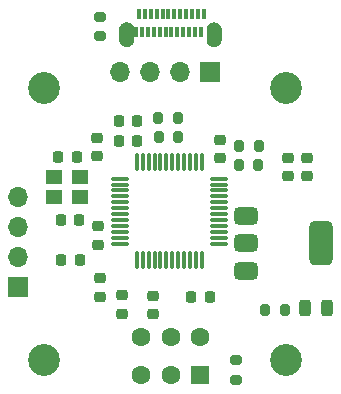
<source format=gts>
%TF.GenerationSoftware,KiCad,Pcbnew,8.0.5*%
%TF.CreationDate,2024-09-25T16:09:38-04:00*%
%TF.ProjectId,kryptkey,6b727970-746b-4657-992e-6b696361645f,v0.1*%
%TF.SameCoordinates,Original*%
%TF.FileFunction,Soldermask,Top*%
%TF.FilePolarity,Negative*%
%FSLAX46Y46*%
G04 Gerber Fmt 4.6, Leading zero omitted, Abs format (unit mm)*
G04 Created by KiCad (PCBNEW 8.0.5) date 2024-09-25 16:09:38*
%MOMM*%
%LPD*%
G01*
G04 APERTURE LIST*
G04 Aperture macros list*
%AMRoundRect*
0 Rectangle with rounded corners*
0 $1 Rounding radius*
0 $2 $3 $4 $5 $6 $7 $8 $9 X,Y pos of 4 corners*
0 Add a 4 corners polygon primitive as box body*
4,1,4,$2,$3,$4,$5,$6,$7,$8,$9,$2,$3,0*
0 Add four circle primitives for the rounded corners*
1,1,$1+$1,$2,$3*
1,1,$1+$1,$4,$5*
1,1,$1+$1,$6,$7*
1,1,$1+$1,$8,$9*
0 Add four rect primitives between the rounded corners*
20,1,$1+$1,$2,$3,$4,$5,0*
20,1,$1+$1,$4,$5,$6,$7,0*
20,1,$1+$1,$6,$7,$8,$9,0*
20,1,$1+$1,$8,$9,$2,$3,0*%
G04 Aperture macros list end*
%ADD10C,0.010000*%
%ADD11RoundRect,0.200000X-0.275000X0.200000X-0.275000X-0.200000X0.275000X-0.200000X0.275000X0.200000X0*%
%ADD12RoundRect,0.200000X-0.200000X-0.275000X0.200000X-0.275000X0.200000X0.275000X-0.200000X0.275000X0*%
%ADD13RoundRect,0.225000X0.225000X0.250000X-0.225000X0.250000X-0.225000X-0.250000X0.225000X-0.250000X0*%
%ADD14RoundRect,0.225000X-0.225000X-0.250000X0.225000X-0.250000X0.225000X0.250000X-0.225000X0.250000X0*%
%ADD15R,1.600000X1.600000*%
%ADD16C,1.600000*%
%ADD17C,2.700000*%
%ADD18RoundRect,0.375000X-0.625000X-0.375000X0.625000X-0.375000X0.625000X0.375000X-0.625000X0.375000X0*%
%ADD19RoundRect,0.500000X-0.500000X-1.400000X0.500000X-1.400000X0.500000X1.400000X-0.500000X1.400000X0*%
%ADD20RoundRect,0.200000X0.200000X0.275000X-0.200000X0.275000X-0.200000X-0.275000X0.200000X-0.275000X0*%
%ADD21RoundRect,0.075000X-0.662500X-0.075000X0.662500X-0.075000X0.662500X0.075000X-0.662500X0.075000X0*%
%ADD22RoundRect,0.075000X-0.075000X-0.662500X0.075000X-0.662500X0.075000X0.662500X-0.075000X0.662500X0*%
%ADD23RoundRect,0.225000X0.250000X-0.225000X0.250000X0.225000X-0.250000X0.225000X-0.250000X-0.225000X0*%
%ADD24R,1.400000X1.200000*%
%ADD25RoundRect,0.218750X-0.256250X0.218750X-0.256250X-0.218750X0.256250X-0.218750X0.256250X0.218750X0*%
%ADD26RoundRect,0.225000X-0.250000X0.225000X-0.250000X-0.225000X0.250000X-0.225000X0.250000X0.225000X0*%
%ADD27R,1.700000X1.700000*%
%ADD28O,1.700000X1.700000*%
%ADD29RoundRect,0.200000X0.275000X-0.200000X0.275000X0.200000X-0.275000X0.200000X-0.275000X-0.200000X0*%
%ADD30RoundRect,0.050000X0.150000X0.400000X-0.150000X0.400000X-0.150000X-0.400000X0.150000X-0.400000X0*%
%ADD31RoundRect,0.243750X-0.243750X-0.456250X0.243750X-0.456250X0.243750X0.456250X-0.243750X0.456250X0*%
G04 APERTURE END LIST*
D10*
%TO.C,J3*%
X105055380Y-53892880D02*
X105087380Y-53894880D01*
X105118380Y-53898880D01*
X105149380Y-53904880D01*
X105179380Y-53911880D01*
X105209380Y-53920880D01*
X105239380Y-53931880D01*
X105268380Y-53943880D01*
X105296380Y-53956880D01*
X105324380Y-53971880D01*
X105351380Y-53988880D01*
X105377380Y-54006880D01*
X105402380Y-54025880D01*
X105425380Y-54045880D01*
X105448380Y-54067880D01*
X105470380Y-54090880D01*
X105490380Y-54113880D01*
X105509380Y-54138880D01*
X105527380Y-54164880D01*
X105544380Y-54191880D01*
X105559380Y-54219880D01*
X105572380Y-54247880D01*
X105584380Y-54276880D01*
X105595380Y-54306880D01*
X105604380Y-54336880D01*
X105611380Y-54366880D01*
X105617380Y-54397880D01*
X105621380Y-54428880D01*
X105623380Y-54460880D01*
X105624380Y-54491880D01*
X105624380Y-55291880D01*
X105623380Y-55322880D01*
X105621380Y-55354880D01*
X105617380Y-55385880D01*
X105611380Y-55416880D01*
X105604380Y-55446880D01*
X105595380Y-55476880D01*
X105584380Y-55506880D01*
X105572380Y-55535880D01*
X105559380Y-55563880D01*
X105544380Y-55591880D01*
X105527380Y-55618880D01*
X105509380Y-55644880D01*
X105490380Y-55669880D01*
X105470380Y-55692880D01*
X105448380Y-55715880D01*
X105425380Y-55737880D01*
X105402380Y-55757880D01*
X105377380Y-55776880D01*
X105351380Y-55794880D01*
X105324380Y-55811880D01*
X105296380Y-55826880D01*
X105268380Y-55839880D01*
X105239380Y-55851880D01*
X105209380Y-55862880D01*
X105179380Y-55871880D01*
X105149380Y-55878880D01*
X105118380Y-55884880D01*
X105087380Y-55888880D01*
X105055380Y-55890880D01*
X105024380Y-55891880D01*
X104993380Y-55890880D01*
X104961380Y-55888880D01*
X104930380Y-55884880D01*
X104899380Y-55878880D01*
X104869380Y-55871880D01*
X104839380Y-55862880D01*
X104809380Y-55851880D01*
X104780380Y-55839880D01*
X104752380Y-55826880D01*
X104724380Y-55811880D01*
X104697380Y-55794880D01*
X104671380Y-55776880D01*
X104646380Y-55757880D01*
X104623380Y-55737880D01*
X104600380Y-55715880D01*
X104578380Y-55692880D01*
X104558380Y-55669880D01*
X104539380Y-55644880D01*
X104521380Y-55618880D01*
X104504380Y-55591880D01*
X104489380Y-55563880D01*
X104476380Y-55535880D01*
X104464380Y-55506880D01*
X104453380Y-55476880D01*
X104444380Y-55446880D01*
X104437380Y-55416880D01*
X104431380Y-55385880D01*
X104427380Y-55354880D01*
X104425380Y-55322880D01*
X104424380Y-55291880D01*
X104424380Y-54491880D01*
X104425380Y-54460880D01*
X104427380Y-54428880D01*
X104431380Y-54397880D01*
X104437380Y-54366880D01*
X104444380Y-54336880D01*
X104453380Y-54306880D01*
X104464380Y-54276880D01*
X104476380Y-54247880D01*
X104489380Y-54219880D01*
X104504380Y-54191880D01*
X104521380Y-54164880D01*
X104539380Y-54138880D01*
X104558380Y-54113880D01*
X104578380Y-54090880D01*
X104600380Y-54067880D01*
X104623380Y-54045880D01*
X104646380Y-54025880D01*
X104671380Y-54006880D01*
X104697380Y-53988880D01*
X104724380Y-53971880D01*
X104752380Y-53956880D01*
X104780380Y-53943880D01*
X104809380Y-53931880D01*
X104839380Y-53920880D01*
X104869380Y-53911880D01*
X104899380Y-53904880D01*
X104930380Y-53898880D01*
X104961380Y-53894880D01*
X104993380Y-53892880D01*
X105024380Y-53891880D01*
X105055380Y-53892880D01*
G36*
X105055380Y-53892880D02*
G01*
X105087380Y-53894880D01*
X105118380Y-53898880D01*
X105149380Y-53904880D01*
X105179380Y-53911880D01*
X105209380Y-53920880D01*
X105239380Y-53931880D01*
X105268380Y-53943880D01*
X105296380Y-53956880D01*
X105324380Y-53971880D01*
X105351380Y-53988880D01*
X105377380Y-54006880D01*
X105402380Y-54025880D01*
X105425380Y-54045880D01*
X105448380Y-54067880D01*
X105470380Y-54090880D01*
X105490380Y-54113880D01*
X105509380Y-54138880D01*
X105527380Y-54164880D01*
X105544380Y-54191880D01*
X105559380Y-54219880D01*
X105572380Y-54247880D01*
X105584380Y-54276880D01*
X105595380Y-54306880D01*
X105604380Y-54336880D01*
X105611380Y-54366880D01*
X105617380Y-54397880D01*
X105621380Y-54428880D01*
X105623380Y-54460880D01*
X105624380Y-54491880D01*
X105624380Y-55291880D01*
X105623380Y-55322880D01*
X105621380Y-55354880D01*
X105617380Y-55385880D01*
X105611380Y-55416880D01*
X105604380Y-55446880D01*
X105595380Y-55476880D01*
X105584380Y-55506880D01*
X105572380Y-55535880D01*
X105559380Y-55563880D01*
X105544380Y-55591880D01*
X105527380Y-55618880D01*
X105509380Y-55644880D01*
X105490380Y-55669880D01*
X105470380Y-55692880D01*
X105448380Y-55715880D01*
X105425380Y-55737880D01*
X105402380Y-55757880D01*
X105377380Y-55776880D01*
X105351380Y-55794880D01*
X105324380Y-55811880D01*
X105296380Y-55826880D01*
X105268380Y-55839880D01*
X105239380Y-55851880D01*
X105209380Y-55862880D01*
X105179380Y-55871880D01*
X105149380Y-55878880D01*
X105118380Y-55884880D01*
X105087380Y-55888880D01*
X105055380Y-55890880D01*
X105024380Y-55891880D01*
X104993380Y-55890880D01*
X104961380Y-55888880D01*
X104930380Y-55884880D01*
X104899380Y-55878880D01*
X104869380Y-55871880D01*
X104839380Y-55862880D01*
X104809380Y-55851880D01*
X104780380Y-55839880D01*
X104752380Y-55826880D01*
X104724380Y-55811880D01*
X104697380Y-55794880D01*
X104671380Y-55776880D01*
X104646380Y-55757880D01*
X104623380Y-55737880D01*
X104600380Y-55715880D01*
X104578380Y-55692880D01*
X104558380Y-55669880D01*
X104539380Y-55644880D01*
X104521380Y-55618880D01*
X104504380Y-55591880D01*
X104489380Y-55563880D01*
X104476380Y-55535880D01*
X104464380Y-55506880D01*
X104453380Y-55476880D01*
X104444380Y-55446880D01*
X104437380Y-55416880D01*
X104431380Y-55385880D01*
X104427380Y-55354880D01*
X104425380Y-55322880D01*
X104424380Y-55291880D01*
X104424380Y-54491880D01*
X104425380Y-54460880D01*
X104427380Y-54428880D01*
X104431380Y-54397880D01*
X104437380Y-54366880D01*
X104444380Y-54336880D01*
X104453380Y-54306880D01*
X104464380Y-54276880D01*
X104476380Y-54247880D01*
X104489380Y-54219880D01*
X104504380Y-54191880D01*
X104521380Y-54164880D01*
X104539380Y-54138880D01*
X104558380Y-54113880D01*
X104578380Y-54090880D01*
X104600380Y-54067880D01*
X104623380Y-54045880D01*
X104646380Y-54025880D01*
X104671380Y-54006880D01*
X104697380Y-53988880D01*
X104724380Y-53971880D01*
X104752380Y-53956880D01*
X104780380Y-53943880D01*
X104809380Y-53931880D01*
X104839380Y-53920880D01*
X104869380Y-53911880D01*
X104899380Y-53904880D01*
X104930380Y-53898880D01*
X104961380Y-53894880D01*
X104993380Y-53892880D01*
X105024380Y-53891880D01*
X105055380Y-53892880D01*
G37*
X112455380Y-53892880D02*
X112487380Y-53894880D01*
X112518380Y-53898880D01*
X112549380Y-53904880D01*
X112579380Y-53911880D01*
X112609380Y-53920880D01*
X112639380Y-53931880D01*
X112668380Y-53943880D01*
X112696380Y-53956880D01*
X112724380Y-53971880D01*
X112751380Y-53988880D01*
X112777380Y-54006880D01*
X112802380Y-54025880D01*
X112825380Y-54045880D01*
X112848380Y-54067880D01*
X112870380Y-54090880D01*
X112890380Y-54113880D01*
X112909380Y-54138880D01*
X112927380Y-54164880D01*
X112944380Y-54191880D01*
X112959380Y-54219880D01*
X112972380Y-54247880D01*
X112984380Y-54276880D01*
X112995380Y-54306880D01*
X113004380Y-54336880D01*
X113011380Y-54366880D01*
X113017380Y-54397880D01*
X113021380Y-54428880D01*
X113023380Y-54460880D01*
X113024380Y-54491880D01*
X113024380Y-55291880D01*
X113023380Y-55322880D01*
X113021380Y-55354880D01*
X113017380Y-55385880D01*
X113011380Y-55416880D01*
X113004380Y-55446880D01*
X112995380Y-55476880D01*
X112984380Y-55506880D01*
X112972380Y-55535880D01*
X112959380Y-55563880D01*
X112944380Y-55591880D01*
X112927380Y-55618880D01*
X112909380Y-55644880D01*
X112890380Y-55669880D01*
X112870380Y-55692880D01*
X112848380Y-55715880D01*
X112825380Y-55737880D01*
X112802380Y-55757880D01*
X112777380Y-55776880D01*
X112751380Y-55794880D01*
X112724380Y-55811880D01*
X112696380Y-55826880D01*
X112668380Y-55839880D01*
X112639380Y-55851880D01*
X112609380Y-55862880D01*
X112579380Y-55871880D01*
X112549380Y-55878880D01*
X112518380Y-55884880D01*
X112487380Y-55888880D01*
X112455380Y-55890880D01*
X112424380Y-55891880D01*
X112393380Y-55890880D01*
X112361380Y-55888880D01*
X112330380Y-55884880D01*
X112299380Y-55878880D01*
X112269380Y-55871880D01*
X112239380Y-55862880D01*
X112209380Y-55851880D01*
X112180380Y-55839880D01*
X112152380Y-55826880D01*
X112124380Y-55811880D01*
X112097380Y-55794880D01*
X112071380Y-55776880D01*
X112046380Y-55757880D01*
X112023380Y-55737880D01*
X112000380Y-55715880D01*
X111978380Y-55692880D01*
X111958380Y-55669880D01*
X111939380Y-55644880D01*
X111921380Y-55618880D01*
X111904380Y-55591880D01*
X111889380Y-55563880D01*
X111876380Y-55535880D01*
X111864380Y-55506880D01*
X111853380Y-55476880D01*
X111844380Y-55446880D01*
X111837380Y-55416880D01*
X111831380Y-55385880D01*
X111827380Y-55354880D01*
X111825380Y-55322880D01*
X111824380Y-55291880D01*
X111824380Y-54491880D01*
X111825380Y-54460880D01*
X111827380Y-54428880D01*
X111831380Y-54397880D01*
X111837380Y-54366880D01*
X111844380Y-54336880D01*
X111853380Y-54306880D01*
X111864380Y-54276880D01*
X111876380Y-54247880D01*
X111889380Y-54219880D01*
X111904380Y-54191880D01*
X111921380Y-54164880D01*
X111939380Y-54138880D01*
X111958380Y-54113880D01*
X111978380Y-54090880D01*
X112000380Y-54067880D01*
X112023380Y-54045880D01*
X112046380Y-54025880D01*
X112071380Y-54006880D01*
X112097380Y-53988880D01*
X112124380Y-53971880D01*
X112152380Y-53956880D01*
X112180380Y-53943880D01*
X112209380Y-53931880D01*
X112239380Y-53920880D01*
X112269380Y-53911880D01*
X112299380Y-53904880D01*
X112330380Y-53898880D01*
X112361380Y-53894880D01*
X112393380Y-53892880D01*
X112424380Y-53891880D01*
X112455380Y-53892880D01*
G36*
X112455380Y-53892880D02*
G01*
X112487380Y-53894880D01*
X112518380Y-53898880D01*
X112549380Y-53904880D01*
X112579380Y-53911880D01*
X112609380Y-53920880D01*
X112639380Y-53931880D01*
X112668380Y-53943880D01*
X112696380Y-53956880D01*
X112724380Y-53971880D01*
X112751380Y-53988880D01*
X112777380Y-54006880D01*
X112802380Y-54025880D01*
X112825380Y-54045880D01*
X112848380Y-54067880D01*
X112870380Y-54090880D01*
X112890380Y-54113880D01*
X112909380Y-54138880D01*
X112927380Y-54164880D01*
X112944380Y-54191880D01*
X112959380Y-54219880D01*
X112972380Y-54247880D01*
X112984380Y-54276880D01*
X112995380Y-54306880D01*
X113004380Y-54336880D01*
X113011380Y-54366880D01*
X113017380Y-54397880D01*
X113021380Y-54428880D01*
X113023380Y-54460880D01*
X113024380Y-54491880D01*
X113024380Y-55291880D01*
X113023380Y-55322880D01*
X113021380Y-55354880D01*
X113017380Y-55385880D01*
X113011380Y-55416880D01*
X113004380Y-55446880D01*
X112995380Y-55476880D01*
X112984380Y-55506880D01*
X112972380Y-55535880D01*
X112959380Y-55563880D01*
X112944380Y-55591880D01*
X112927380Y-55618880D01*
X112909380Y-55644880D01*
X112890380Y-55669880D01*
X112870380Y-55692880D01*
X112848380Y-55715880D01*
X112825380Y-55737880D01*
X112802380Y-55757880D01*
X112777380Y-55776880D01*
X112751380Y-55794880D01*
X112724380Y-55811880D01*
X112696380Y-55826880D01*
X112668380Y-55839880D01*
X112639380Y-55851880D01*
X112609380Y-55862880D01*
X112579380Y-55871880D01*
X112549380Y-55878880D01*
X112518380Y-55884880D01*
X112487380Y-55888880D01*
X112455380Y-55890880D01*
X112424380Y-55891880D01*
X112393380Y-55890880D01*
X112361380Y-55888880D01*
X112330380Y-55884880D01*
X112299380Y-55878880D01*
X112269380Y-55871880D01*
X112239380Y-55862880D01*
X112209380Y-55851880D01*
X112180380Y-55839880D01*
X112152380Y-55826880D01*
X112124380Y-55811880D01*
X112097380Y-55794880D01*
X112071380Y-55776880D01*
X112046380Y-55757880D01*
X112023380Y-55737880D01*
X112000380Y-55715880D01*
X111978380Y-55692880D01*
X111958380Y-55669880D01*
X111939380Y-55644880D01*
X111921380Y-55618880D01*
X111904380Y-55591880D01*
X111889380Y-55563880D01*
X111876380Y-55535880D01*
X111864380Y-55506880D01*
X111853380Y-55476880D01*
X111844380Y-55446880D01*
X111837380Y-55416880D01*
X111831380Y-55385880D01*
X111827380Y-55354880D01*
X111825380Y-55322880D01*
X111824380Y-55291880D01*
X111824380Y-54491880D01*
X111825380Y-54460880D01*
X111827380Y-54428880D01*
X111831380Y-54397880D01*
X111837380Y-54366880D01*
X111844380Y-54336880D01*
X111853380Y-54306880D01*
X111864380Y-54276880D01*
X111876380Y-54247880D01*
X111889380Y-54219880D01*
X111904380Y-54191880D01*
X111921380Y-54164880D01*
X111939380Y-54138880D01*
X111958380Y-54113880D01*
X111978380Y-54090880D01*
X112000380Y-54067880D01*
X112023380Y-54045880D01*
X112046380Y-54025880D01*
X112071380Y-54006880D01*
X112097380Y-53988880D01*
X112124380Y-53971880D01*
X112152380Y-53956880D01*
X112180380Y-53943880D01*
X112209380Y-53931880D01*
X112239380Y-53920880D01*
X112269380Y-53911880D01*
X112299380Y-53904880D01*
X112330380Y-53898880D01*
X112361380Y-53894880D01*
X112393380Y-53892880D01*
X112424380Y-53891880D01*
X112455380Y-53892880D01*
G37*
%TD*%
D11*
%TO.C,R6*%
X102824380Y-53404380D03*
X102824380Y-55054380D03*
%TD*%
D12*
%TO.C,R2*%
X107749380Y-61954380D03*
X109399380Y-61954380D03*
%TD*%
D13*
%TO.C,C10*%
X112074380Y-77166880D03*
X110524380Y-77166880D03*
%TD*%
D14*
%TO.C,C7*%
X99486880Y-70604380D03*
X101036880Y-70604380D03*
%TD*%
D15*
%TO.C,SW4*%
X111274380Y-83704380D03*
D16*
X108774380Y-83704380D03*
X106274380Y-83704380D03*
X111274380Y-80504380D03*
X108774380Y-80504380D03*
X106274380Y-80504380D03*
%TD*%
D17*
%TO.C,H2*%
X98059380Y-82434380D03*
%TD*%
D12*
%TO.C,R1*%
X107774380Y-63604380D03*
X109424380Y-63604380D03*
%TD*%
D18*
%TO.C,U1*%
X115174380Y-70304380D03*
X115174380Y-72604380D03*
D19*
X121474380Y-72604380D03*
D18*
X115174380Y-74904380D03*
%TD*%
D17*
%TO.C,H1*%
X98059380Y-59454380D03*
%TD*%
%TO.C,H3*%
X118589380Y-59404380D03*
%TD*%
D20*
%TO.C,R5*%
X116224380Y-64354380D03*
X114574380Y-64354380D03*
%TD*%
D14*
%TO.C,C3*%
X104374380Y-62254380D03*
X105924380Y-62254380D03*
%TD*%
D21*
%TO.C,U2*%
X104511880Y-67116880D03*
X104511880Y-67616880D03*
X104511880Y-68116880D03*
X104511880Y-68616880D03*
X104511880Y-69116880D03*
X104511880Y-69616880D03*
X104511880Y-70116880D03*
X104511880Y-70616880D03*
X104511880Y-71116880D03*
X104511880Y-71616880D03*
X104511880Y-72116880D03*
X104511880Y-72616880D03*
D22*
X105924380Y-74029380D03*
X106424380Y-74029380D03*
X106924380Y-74029380D03*
X107424380Y-74029380D03*
X107924380Y-74029380D03*
X108424380Y-74029380D03*
X108924380Y-74029380D03*
X109424380Y-74029380D03*
X109924380Y-74029380D03*
X110424380Y-74029380D03*
X110924380Y-74029380D03*
X111424380Y-74029380D03*
D21*
X112836880Y-72616880D03*
X112836880Y-72116880D03*
X112836880Y-71616880D03*
X112836880Y-71116880D03*
X112836880Y-70616880D03*
X112836880Y-70116880D03*
X112836880Y-69616880D03*
X112836880Y-69116880D03*
X112836880Y-68616880D03*
X112836880Y-68116880D03*
X112836880Y-67616880D03*
X112836880Y-67116880D03*
D22*
X111424380Y-65704380D03*
X110924380Y-65704380D03*
X110424380Y-65704380D03*
X109924380Y-65704380D03*
X109424380Y-65704380D03*
X108924380Y-65704380D03*
X108424380Y-65704380D03*
X107924380Y-65704380D03*
X107424380Y-65704380D03*
X106924380Y-65704380D03*
X106424380Y-65704380D03*
X105924380Y-65704380D03*
%TD*%
D23*
%TO.C,C8*%
X112974380Y-65354380D03*
X112974380Y-63804380D03*
%TD*%
D24*
%TO.C,Y1*%
X101136880Y-66966880D03*
X98936880Y-66966880D03*
X98936880Y-68666880D03*
X101136880Y-68666880D03*
%TD*%
D25*
%TO.C,FB1*%
X104624380Y-76979380D03*
X104624380Y-78554380D03*
%TD*%
D26*
%TO.C,C2*%
X120324380Y-65354380D03*
X120324380Y-66904380D03*
%TD*%
D27*
%TO.C,J2*%
X95874380Y-76274380D03*
D28*
X95874380Y-73734380D03*
X95874380Y-71194380D03*
X95874380Y-68654380D03*
%TD*%
D26*
%TO.C,C12*%
X102774380Y-75566880D03*
X102774380Y-77116880D03*
%TD*%
D29*
%TO.C,R4*%
X114324380Y-84154380D03*
X114324380Y-82504380D03*
%TD*%
D17*
%TO.C,H4*%
X118589380Y-82434380D03*
%TD*%
D27*
%TO.C,J1*%
X112124380Y-58054380D03*
D28*
X109584380Y-58054380D03*
X107044380Y-58054380D03*
X104504380Y-58054380D03*
%TD*%
D23*
%TO.C,C9*%
X102524380Y-65204380D03*
X102524380Y-63654380D03*
%TD*%
%TO.C,C13*%
X107274380Y-78604380D03*
X107274380Y-77054380D03*
%TD*%
D12*
%TO.C,R3*%
X116774380Y-78204380D03*
X118424380Y-78204380D03*
%TD*%
D30*
%TO.C,J3*%
X105849380Y-54691880D03*
X106349380Y-54691880D03*
X106849380Y-54691880D03*
X107349380Y-54691880D03*
X107849380Y-54691880D03*
X108349380Y-54691880D03*
X108849380Y-54691880D03*
X109349380Y-54691880D03*
X109849380Y-54691880D03*
X110349380Y-54691880D03*
X110849380Y-54691880D03*
X111349380Y-54691880D03*
X111599380Y-53191880D03*
X111099380Y-53191880D03*
X110599380Y-53191880D03*
X110099380Y-53191880D03*
X109599380Y-53191880D03*
X109099380Y-53191880D03*
X108599380Y-53191880D03*
X108099380Y-53191880D03*
X107599380Y-53191880D03*
X107099380Y-53191880D03*
X106599380Y-53191880D03*
X106099380Y-53191880D03*
%TD*%
D13*
%TO.C,C4*%
X101074380Y-74004380D03*
X99524380Y-74004380D03*
%TD*%
D26*
%TO.C,C1*%
X118724380Y-65354380D03*
X118724380Y-66904380D03*
%TD*%
D13*
%TO.C,C5*%
X100836880Y-65266880D03*
X99286880Y-65266880D03*
%TD*%
D12*
%TO.C,R3*%
X114549380Y-65954380D03*
X116199380Y-65954380D03*
%TD*%
D31*
%TO.C,D1*%
X120149380Y-78104380D03*
X122024380Y-78104380D03*
%TD*%
D26*
%TO.C,C11*%
X102674380Y-71166880D03*
X102674380Y-72716880D03*
%TD*%
D14*
%TO.C,C6*%
X104374380Y-63904380D03*
X105924380Y-63904380D03*
%TD*%
M02*

</source>
